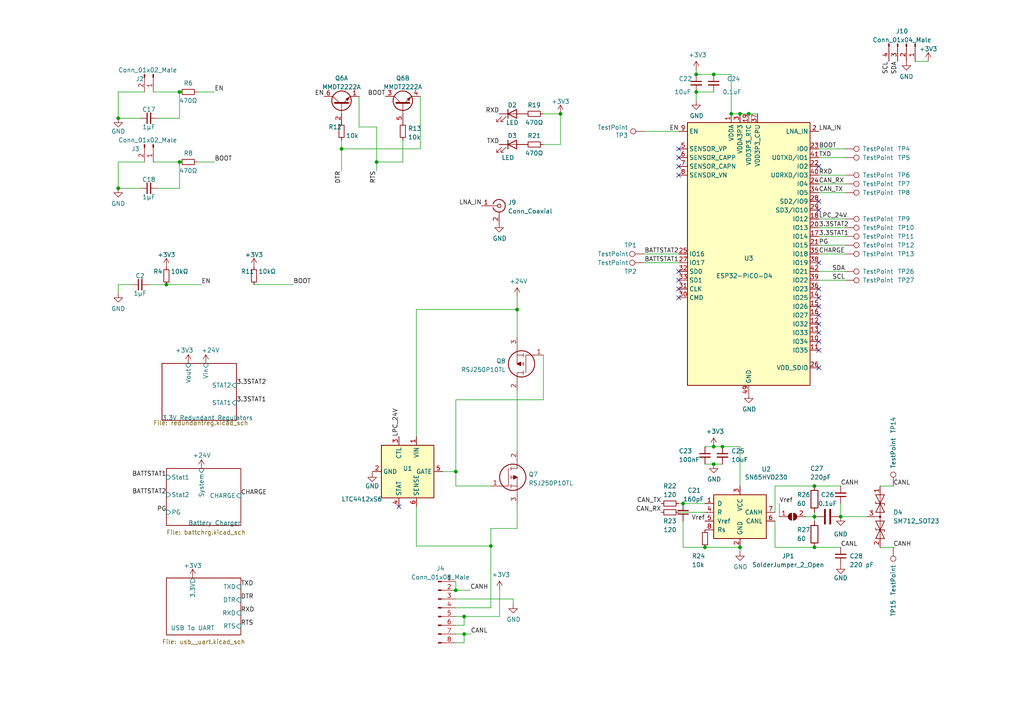
<source format=kicad_sch>
(kicad_sch (version 20211123) (generator eeschema)
  (paper "A4")
  (lib_symbols
    (symbol "Connector:Conn_01x02_Male" (pin_names (offset 1.016) hide)
      (property "Reference" "J" (at 0 2.54 0))
      (property "Value" "Conn_01x02_Male" (at 0 -5.08 0))
      (symbol "Conn_01x02_Male_1_1"
        (polyline (pts (xy 1.27 -2.54) (xy 0.8636 -2.54)) (stroke (width 0.1524)))
        (polyline (pts (xy 1.27 0) (xy 0.8636 0)) (stroke (width 0.1524)))
        (rectangle (start 0.8636 -2.413) (end 0 -2.667) (stroke (width 0.1524)) (fill (type outline)))
        (rectangle (start 0.8636 0.127) (end 0 -0.127) (stroke (width 0.1524)) (fill (type outline)))
        (pin passive line (at 5.08 0 180) (length 3.81) (name "Pin_1") (number "1"))
        (pin passive line (at 5.08 -2.54 180) (length 3.81) (name "Pin_2") (number "2"))
      )
    )
    (symbol "Connector:Conn_01x04_Male" (pin_names (offset 1.016) hide)
      (property "Reference" "J" (at 0 5.08 0))
      (property "Value" "Conn_01x04_Male" (at 0 -7.62 0))
      (symbol "Conn_01x04_Male_1_1"
        (polyline (pts (xy 1.27 -5.08) (xy 0.8636 -5.08)) (stroke (width 0.1524)))
        (polyline (pts (xy 1.27 -2.54) (xy 0.8636 -2.54)) (stroke (width 0.1524)))
        (polyline (pts (xy 1.27 0) (xy 0.8636 0)) (stroke (width 0.1524)))
        (polyline (pts (xy 1.27 2.54) (xy 0.8636 2.54)) (stroke (width 0.1524)))
        (rectangle (start 0.8636 -4.953) (end 0 -5.207) (stroke (width 0.1524)) (fill (type outline)))
        (rectangle (start 0.8636 -2.413) (end 0 -2.667) (stroke (width 0.1524)) (fill (type outline)))
        (rectangle (start 0.8636 0.127) (end 0 -0.127) (stroke (width 0.1524)) (fill (type outline)))
        (rectangle (start 0.8636 2.667) (end 0 2.413) (stroke (width 0.1524)) (fill (type outline)))
        (pin passive line (at 5.08 2.54 180) (length 3.81) (name "Pin_1") (number "1"))
        (pin passive line (at 5.08 0 180) (length 3.81) (name "Pin_2") (number "2"))
        (pin passive line (at 5.08 -2.54 180) (length 3.81) (name "Pin_3") (number "3"))
        (pin passive line (at 5.08 -5.08 180) (length 3.81) (name "Pin_4") (number "4"))
      )
    )
    (symbol "Connector:Conn_01x08_Male" (pin_names (offset 1.016) hide)
      (property "Reference" "J" (at 0 10.16 0))
      (property "Value" "Conn_01x08_Male" (at 0 -12.7 0))
      (symbol "Conn_01x08_Male_1_1"
        (polyline (pts (xy 1.27 -10.16) (xy 0.8636 -10.16)) (stroke (width 0.1524)))
        (polyline (pts (xy 1.27 -7.62) (xy 0.8636 -7.62)) (stroke (width 0.1524)))
        (polyline (pts (xy 1.27 -5.08) (xy 0.8636 -5.08)) (stroke (width 0.1524)))
        (polyline (pts (xy 1.27 -2.54) (xy 0.8636 -2.54)) (stroke (width 0.1524)))
        (polyline (pts (xy 1.27 0) (xy 0.8636 0)) (stroke (width 0.1524)))
        (polyline (pts (xy 1.27 2.54) (xy 0.8636 2.54)) (stroke (width 0.1524)))
        (polyline (pts (xy 1.27 5.08) (xy 0.8636 5.08)) (stroke (width 0.1524)))
        (polyline (pts (xy 1.27 7.62) (xy 0.8636 7.62)) (stroke (width 0.1524)))
        (rectangle (start 0.8636 -10.033) (end 0 -10.287) (stroke (width 0.1524)) (fill (type outline)))
        (rectangle (start 0.8636 -7.493) (end 0 -7.747) (stroke (width 0.1524)) (fill (type outline)))
        (rectangle (start 0.8636 -4.953) (end 0 -5.207) (stroke (width 0.1524)) (fill (type outline)))
        (rectangle (start 0.8636 -2.413) (end 0 -2.667) (stroke (width 0.1524)) (fill (type outline)))
        (rectangle (start 0.8636 0.127) (end 0 -0.127) (stroke (width 0.1524)) (fill (type outline)))
        (rectangle (start 0.8636 2.667) (end 0 2.413) (stroke (width 0.1524)) (fill (type outline)))
        (rectangle (start 0.8636 5.207) (end 0 4.953) (stroke (width 0.1524)) (fill (type outline)))
        (rectangle (start 0.8636 7.747) (end 0 7.493) (stroke (width 0.1524)) (fill (type outline)))
        (pin passive line (at 5.08 7.62 180) (length 3.81) (name "Pin_1") (number "1"))
        (pin passive line (at 5.08 5.08 180) (length 3.81) (name "Pin_2") (number "2"))
        (pin passive line (at 5.08 2.54 180) (length 3.81) (name "Pin_3") (number "3"))
        (pin passive line (at 5.08 0 180) (length 3.81) (name "Pin_4") (number "4"))
        (pin passive line (at 5.08 -2.54 180) (length 3.81) (name "Pin_5") (number "5"))
        (pin passive line (at 5.08 -5.08 180) (length 3.81) (name "Pin_6") (number "6"))
        (pin passive line (at 5.08 -7.62 180) (length 3.81) (name "Pin_7") (number "7"))
        (pin passive line (at 5.08 -10.16 180) (length 3.81) (name "Pin_8") (number "8"))
      )
    )
    (symbol "Connector:Conn_Coaxial" (pin_names (offset 1.016) hide)
      (property "Reference" "J" (at 0.254 3.048 0))
      (property "Value" "Conn_Coaxial" (at 2.921 0 90))
      (symbol "Conn_Coaxial_0_1"
        (arc (start -1.778 -0.508) (mid 0.222 -1.808) (end 1.778 0) (stroke (width 0.254)))
        (polyline (pts (xy -2.54 0) (xy -0.508 0)))
        (polyline (pts (xy 0 -2.54) (xy 0 -1.778)))
        (circle (center 0 0) (radius 0.508) (stroke (width 0.2032)))
        (arc (start 1.778 0) (mid 0.222 1.8083) (end -1.778 0.508) (stroke (width 0.254)))
      )
      (symbol "Conn_Coaxial_1_1"
        (pin passive line (at -5.08 0 0) (length 2.54) (name "In") (number "1"))
        (pin passive line (at 0 -5.08 90) (length 2.54) (name "Ext") (number "2"))
      )
    )
    (symbol "Connector:TestPoint" (pin_numbers hide) (pin_names (offset 0.762) hide)
      (property "Reference" "TP" (at 0 6.858 0))
      (property "Value" "TestPoint" (at 0 5.08 0))
      (symbol "TestPoint_0_1"
        (circle (center 0 3.302) (radius 0.762))
      )
      (symbol "TestPoint_1_1"
        (pin passive line (at 0 0 90) (length 2.54) (name "1") (number "1"))
      )
    )
    (symbol "Device:C" (pin_numbers hide) (pin_names (offset 0.254))
      (property "Reference" "C" (at 0.635 2.54 0))
      (property "Value" "C" (at 0.635 -2.54 0))
      (symbol "C_0_1"
        (polyline (pts (xy -2.032 -0.762) (xy 2.032 -0.762)) (stroke (width 0.508)))
        (polyline (pts (xy -2.032 0.762) (xy 2.032 0.762)) (stroke (width 0.508)))
      )
      (symbol "C_1_1"
        (pin passive line (at 0 3.81 270) (length 2.794) (name "~") (number "1"))
        (pin passive line (at 0 -3.81 90) (length 2.794) (name "~") (number "2"))
      )
    )
    (symbol "Device:C_Small" (pin_numbers hide) (pin_names (offset 0.254) hide)
      (property "Reference" "C" (at 0.254 1.778 0))
      (property "Value" "C_Small" (at 0.254 -2.032 0))
      (symbol "C_Small_0_1"
        (polyline (pts (xy -1.524 -0.508) (xy 1.524 -0.508)) (stroke (width 0.3302)))
        (polyline (pts (xy -1.524 0.508) (xy 1.524 0.508)) (stroke (width 0.3048)))
      )
      (symbol "C_Small_1_1"
        (pin passive line (at 0 2.54 270) (length 2.032) (name "~") (number "1"))
        (pin passive line (at 0 -2.54 90) (length 2.032) (name "~") (number "2"))
      )
    )
    (symbol "Device:LED" (pin_numbers hide) (pin_names (offset 1.016) hide)
      (property "Reference" "D" (at 0 2.54 0))
      (property "Value" "LED" (at 0 -2.54 0))
      (symbol "LED_0_1"
        (polyline (pts (xy -1.27 -1.27) (xy -1.27 1.27)) (stroke (width 0.254)))
        (polyline (pts (xy -1.27 0) (xy 1.27 0)))
        (polyline (pts (xy 1.27 -1.27) (xy 1.27 1.27) (xy -1.27 0) (xy 1.27 -1.27)) (stroke (width 0.254)))
        (polyline (pts (xy -3.048 -0.762) (xy -4.572 -2.286) (xy -3.81 -2.286) (xy -4.572 -2.286) (xy -4.572 -1.524)))
        (polyline (pts (xy -1.778 -0.762) (xy -3.302 -2.286) (xy -2.54 -2.286) (xy -3.302 -2.286) (xy -3.302 -1.524)))
      )
      (symbol "LED_1_1"
        (pin passive line (at -3.81 0 0) (length 2.54) (name "K") (number "1"))
        (pin passive line (at 3.81 0 180) (length 2.54) (name "A") (number "2"))
      )
    )
    (symbol "Device:R" (pin_numbers hide) (pin_names (offset 0))
      (property "Reference" "R" (at 2.032 0 90))
      (property "Value" "R" (at 0 0 90))
      (symbol "R_0_1"
        (rectangle (start -1.016 -2.54) (end 1.016 2.54) (stroke (width 0.254)))
      )
      (symbol "R_1_1"
        (pin passive line (at 0 3.81 270) (length 1.27) (name "~") (number "1"))
        (pin passive line (at 0 -3.81 90) (length 1.27) (name "~") (number "2"))
      )
    )
    (symbol "Device:R_Small" (pin_numbers hide) (pin_names (offset 0.254) hide)
      (property "Reference" "R" (at 0.762 0.508 0))
      (property "Value" "R_Small" (at 0.762 -1.016 0))
      (symbol "R_Small_0_1"
        (rectangle (start -0.762 1.778) (end 0.762 -1.778) (stroke (width 0.2032)))
      )
      (symbol "R_Small_1_1"
        (pin passive line (at 0 2.54 270) (length 0.762) (name "~") (number "1"))
        (pin passive line (at 0 -2.54 90) (length 0.762) (name "~") (number "2"))
      )
    )
    (symbol "Diode:SM712_SOT23" (pin_names (offset 1.016) hide)
      (property "Reference" "D" (at 0 4.445 0))
      (property "Value" "SM712_SOT23" (at 0 2.54 0))
      (symbol "SM712_SOT23_0_0"
        (polyline (pts (xy 0 -1.27) (xy 0 0)))
      )
      (symbol "SM712_SOT23_0_1"
        (polyline (pts (xy -6.35 0) (xy 6.35 0)))
        (polyline (pts (xy -3.302 1.27) (xy -3.81 1.27) (xy -3.81 -1.27) (xy -4.318 -1.27)) (stroke (width 0.2032)))
        (polyline (pts (xy 4.318 1.27) (xy 3.81 1.27) (xy 3.81 -1.27) (xy 3.302 -1.27)) (stroke (width 0.2032)))
        (polyline (pts (xy -6.35 -1.27) (xy -1.27 1.27) (xy -1.27 -1.27) (xy -6.35 1.27) (xy -6.35 -1.27)) (stroke (width 0.2032)))
        (polyline (pts (xy 1.27 -1.27) (xy 1.27 1.27) (xy 6.35 -1.27) (xy 6.35 1.27) (xy 1.27 -1.27)) (stroke (width 0.2032)))
        (circle (center 0 0) (radius 0.254) (fill (type outline)))
      )
      (symbol "SM712_SOT23_1_1"
        (pin passive line (at -8.89 0 0) (length 2.54) (name "A1") (number "1"))
        (pin passive line (at 8.89 0 180) (length 2.54) (name "A2") (number "2"))
        (pin input line (at 0 -3.81 90) (length 2.54) (name "common") (number "3"))
      )
    )
    (symbol "Interface_CAN_LIN:SN65HVD230" (pin_names (offset 1.016))
      (property "Reference" "U" (at -2.54 10.16 0))
      (property "Value" "SN65HVD230" (at -2.54 7.62 0))
      (symbol "SN65HVD230_0_1"
        (rectangle (start -7.62 5.08) (end 7.62 -7.62) (stroke (width 0.254)) (fill (type background)))
      )
      (symbol "SN65HVD230_1_1"
        (pin input line (at -10.16 2.54 0) (length 2.54) (name "D") (number "1"))
        (pin power_in line (at 0 -10.16 90) (length 2.54) (name "GND") (number "2"))
        (pin power_in line (at 0 7.62 270) (length 2.54) (name "VCC") (number "3"))
        (pin output line (at -10.16 0 0) (length 2.54) (name "R") (number "4"))
        (pin output line (at -10.16 -2.54 0) (length 2.54) (name "Vref") (number "5"))
        (pin bidirectional line (at 10.16 -2.54 180) (length 2.54) (name "CANL") (number "6"))
        (pin bidirectional line (at 10.16 0 180) (length 2.54) (name "CANH") (number "7"))
        (pin input line (at -10.16 -5.08 0) (length 2.54) (name "Rs") (number "8"))
      )
    )
    (symbol "Jumper:SolderJumper_2_Open" (pin_names (offset 0) hide)
      (property "Reference" "JP" (at 0 2.032 0))
      (property "Value" "SolderJumper_2_Open" (at 0 -2.54 0))
      (symbol "SolderJumper_2_Open_0_1"
        (arc (start -0.254 1.016) (mid -1.27 0) (end -0.254 -1.016))
        (arc (start -0.254 1.016) (mid -1.27 0) (end -0.254 -1.016) (fill (type outline)))
        (polyline (pts (xy -0.254 1.016) (xy -0.254 -1.016)))
        (polyline (pts (xy 0.254 1.016) (xy 0.254 -1.016)))
        (arc (start 0.254 -1.016) (mid 1.27 0) (end 0.254 1.016))
        (arc (start 0.254 -1.016) (mid 1.27 0) (end 0.254 1.016) (fill (type outline)))
      )
      (symbol "SolderJumper_2_Open_1_1"
        (pin passive line (at -3.81 0 0) (length 2.54) (name "A") (number "1"))
        (pin passive line (at 3.81 0 180) (length 2.54) (name "B") (number "2"))
      )
    )
    (symbol "Power_Management:LTC4412xS6"
      (property "Reference" "U" (at -6.35 8.89 0))
      (property "Value" "LTC4412xS6" (at 6.35 8.89 0))
      (symbol "LTC4412xS6_0_1"
        (rectangle (start -7.62 7.62) (end 7.62 -7.62) (stroke (width 0.254)) (fill (type background)))
      )
      (symbol "LTC4412xS6_1_1"
        (pin power_in line (at -10.16 2.54 0) (length 2.54) (name "VIN") (number "1"))
        (pin power_in line (at 0 -10.16 90) (length 2.54) (name "GND") (number "2"))
        (pin input line (at -10.16 -2.54 0) (length 2.54) (name "CTL") (number "3"))
        (pin open_collector line (at 10.16 -2.54 180) (length 2.54) (name "STAT") (number "4"))
        (pin output line (at 0 10.16 270) (length 2.54) (name "GATE") (number "5"))
        (pin input line (at 10.16 2.54 180) (length 2.54) (name "SENSE") (number "6"))
      )
    )
    (symbol "RF_Module:ESP32-PICO-D4"
      (property "Reference" "U" (at -17.78 39.37 0))
      (property "Value" "ESP32-PICO-D4" (at 3.81 39.37 0))
      (symbol "ESP32-PICO-D4_0_0"
        (pin power_in line (at -5.08 40.64 270) (length 2.54) (name "VDDA") (number "1"))
        (pin input line (at 20.32 -25.4 180) (length 2.54) (name "IO34") (number "10"))
        (pin input line (at 20.32 -27.94 180) (length 2.54) (name "IO35") (number "11"))
        (pin bidirectional line (at 20.32 -20.32 180) (length 2.54) (name "IO32") (number "12"))
        (pin bidirectional line (at 20.32 -22.86 180) (length 2.54) (name "IO33") (number "13"))
        (pin bidirectional line (at 20.32 -12.7 180) (length 2.54) (name "IO25") (number "14"))
        (pin bidirectional line (at 20.32 -15.24 180) (length 2.54) (name "IO26") (number "15"))
        (pin bidirectional line (at 20.32 -17.78 180) (length 2.54) (name "IO27") (number "16"))
        (pin bidirectional line (at 20.32 5.08 180) (length 2.54) (name "IO14") (number "17"))
        (pin bidirectional line (at 20.32 10.16 180) (length 2.54) (name "IO12") (number "18"))
        (pin power_in line (at 0 40.64 270) (length 2.54) (name "VDD3P3_RTC") (number "19"))
        (pin bidirectional line (at 20.32 35.56 180) (length 2.54) (name "LNA_IN") (number "2"))
        (pin bidirectional line (at 20.32 7.62 180) (length 2.54) (name "IO13") (number "20"))
        (pin bidirectional line (at 20.32 2.54 180) (length 2.54) (name "IO15") (number "21"))
        (pin bidirectional line (at 20.32 25.4 180) (length 2.54) (name "IO2") (number "22"))
        (pin bidirectional line (at 20.32 30.48 180) (length 2.54) (name "IO0") (number "23"))
        (pin bidirectional line (at 20.32 20.32 180) (length 2.54) (name "IO4") (number "24"))
        (pin bidirectional line (at -20.32 0 0) (length 2.54) (name "IO16") (number "25"))
        (pin power_out line (at 20.32 -33.02 180) (length 2.54) (name "VDD_SDIO") (number "26"))
        (pin bidirectional line (at -20.32 -2.54 0) (length 2.54) (name "IO17") (number "27"))
        (pin bidirectional line (at 20.32 15.24 180) (length 2.54) (name "SD2/IO9") (number "28"))
        (pin bidirectional line (at 20.32 12.7 180) (length 2.54) (name "SD3/IO10") (number "29"))
        (pin power_in line (at -2.54 40.64 270) (length 2.54) (name "VDDA3P3") (number "3"))
        (pin bidirectional line (at -20.32 -12.7 0) (length 2.54) (name "CMD") (number "30"))
        (pin bidirectional line (at -20.32 -10.16 0) (length 2.54) (name "CLK") (number "31"))
        (pin bidirectional line (at -20.32 -5.08 0) (length 2.54) (name "SD0") (number "32"))
        (pin bidirectional line (at -20.32 -7.62 0) (length 2.54) (name "SD1") (number "33"))
        (pin bidirectional line (at 20.32 17.78 180) (length 2.54) (name "IO5") (number "34"))
        (pin bidirectional line (at 20.32 0 180) (length 2.54) (name "IO18") (number "35"))
        (pin bidirectional line (at 20.32 -10.16 180) (length 2.54) (name "IO23") (number "36"))
        (pin power_in line (at 2.54 40.64 270) (length 2.54) (name "VDD3P3_CPU") (number "37"))
        (pin bidirectional line (at 20.32 -2.54 180) (length 2.54) (name "IO19") (number "38"))
        (pin bidirectional line (at 20.32 -7.62 180) (length 2.54) (name "IO22") (number "39"))
        (pin passive line (at -2.54 40.64 270) (length 2.54) hide (name "VDDA3P3") (number "4"))
        (pin bidirectional line (at 20.32 22.86 180) (length 2.54) (name "U0RXD/IO3") (number "40"))
        (pin bidirectional line (at 20.32 27.94 180) (length 2.54) (name "U0TXD/IO1") (number "41"))
        (pin bidirectional line (at 20.32 -5.08 180) (length 2.54) (name "IO21") (number "42"))
        (pin passive line (at -5.08 40.64 270) (length 2.54) hide (name "VDDA") (number "43"))
        (pin no_connect line (at -17.78 -25.4 0) (length 2.54) hide (name "XTAL_N_NC") (number "44"))
        (pin no_connect line (at -17.78 -27.94 0) (length 2.54) hide (name "XTAL_P_NC") (number "45"))
        (pin passive line (at -5.08 40.64 270) (length 2.54) hide (name "VDDA") (number "46"))
        (pin no_connect line (at -17.78 -30.48 0) (length 2.54) hide (name "CAP2_NC") (number "47"))
        (pin no_connect line (at -17.78 -33.02 0) (length 2.54) hide (name "CAP1_NC") (number "48"))
        (pin power_in line (at 0 -40.64 90) (length 2.54) (name "GND") (number "49"))
        (pin input line (at -20.32 30.48 0) (length 2.54) (name "SENSOR_VP") (number "5"))
        (pin input line (at -20.32 27.94 0) (length 2.54) (name "SENSOR_CAPP") (number "6"))
        (pin input line (at -20.32 25.4 0) (length 2.54) (name "SENSOR_CAPN") (number "7"))
        (pin input line (at -20.32 22.86 0) (length 2.54) (name "SENSOR_VN") (number "8"))
        (pin input line (at -20.32 35.56 0) (length 2.54) (name "EN") (number "9"))
      )
      (symbol "ESP32-PICO-D4_0_1"
        (rectangle (start -17.78 38.1) (end 17.78 -38.1) (stroke (width 0.254)) (fill (type background)))
      )
    )
    (symbol "Transistor_BJT:MMDT2222A" (pin_names (offset 0) hide)
      (property "Reference" "Q" (at 5.08 1.27 0))
      (property "Value" "MMDT2222A" (at 5.08 -1.27 0))
      (symbol "MMDT2222A_0_1"
        (polyline (pts (xy 0.635 0) (xy -2.54 0)))
        (polyline (pts (xy 0.635 0.635) (xy 2.54 2.54)))
        (polyline (pts (xy 0.635 -0.635) (xy 2.54 -2.54) (xy 2.54 -2.54)))
        (polyline (pts (xy 0.635 1.905) (xy 0.635 -1.905) (xy 0.635 -1.905)) (stroke (width 0.508)))
        (polyline (pts (xy 1.27 -1.778) (xy 1.778 -1.27) (xy 2.286 -2.286) (xy 1.27 -1.778) (xy 1.27 -1.778)) (fill (type outline)))
        (circle (center 1.27 0) (radius 2.8194) (stroke (width 0.254)))
      )
      (symbol "MMDT2222A_1_1"
        (pin passive line (at 2.54 -5.08 90) (length 2.54) (name "E1") (number "1"))
        (pin input line (at -5.08 0 0) (length 2.54) (name "B1") (number "2"))
        (pin passive line (at 2.54 5.08 270) (length 2.54) (name "C1") (number "6"))
      )
      (symbol "MMDT2222A_2_1"
        (pin passive line (at 2.54 5.08 270) (length 2.54) (name "C2") (number "3"))
        (pin passive line (at 2.54 -5.08 90) (length 2.54) (name "E2") (number "4"))
        (pin input line (at -5.08 0 0) (length 2.54) (name "B2") (number "5"))
      )
    )
    (symbol "iclr:RSJ250P10TL" (pin_names (offset 0.762))
      (property "Reference" "Q" (at 11.43 3.81 0))
      (property "Value" "RSJ250P10TL" (at 11.43 1.27 0))
      (symbol "RSJ250P10TL_0_0"
        (pin passive line (at 0 0 0) (length 2.54) (name "~") (number "1"))
        (pin passive line (at 7.62 10.16 270) (length 2.54) (name "~") (number "2"))
        (pin passive line (at 7.62 -5.08 90) (length 2.54) (name "~") (number "3"))
      )
      (symbol "RSJ250P10TL_0_1"
        (polyline (pts (xy 5.842 -0.508) (xy 5.842 0.508)) (stroke (width 0.1524)))
        (polyline (pts (xy 5.842 0) (xy 7.62 0)) (stroke (width 0.1524)))
        (polyline (pts (xy 5.842 2.032) (xy 5.842 3.048)) (stroke (width 0.1524)))
        (polyline (pts (xy 5.842 5.588) (xy 5.842 4.572)) (stroke (width 0.1524)))
        (polyline (pts (xy 7.62 2.54) (xy 5.842 2.54)) (stroke (width 0.1524)))
        (polyline (pts (xy 7.62 2.54) (xy 7.62 -2.54)) (stroke (width 0.1524)))
        (polyline (pts (xy 7.62 5.08) (xy 5.842 5.08)) (stroke (width 0.1524)))
        (polyline (pts (xy 7.62 5.08) (xy 7.62 7.62)) (stroke (width 0.1524)))
        (polyline (pts (xy 2.54 0) (xy 5.08 0) (xy 5.08 5.08)) (stroke (width 0.1524)))
        (polyline (pts (xy 7.62 2.54) (xy 6.604 3.048) (xy 6.604 2.032) (xy 7.62 2.54)) (stroke (width 0.254)) (fill (type outline)))
        (circle (center 6.35 2.54) (radius 3.81) (stroke (width 0.254)))
      )
    )
    (symbol "power:+24V" (power) (pin_names (offset 0))
      (property "Value" "+24V" (at 0 3.556 0))
      (symbol "+24V_0_1"
        (polyline (pts (xy -0.762 1.27) (xy 0 2.54)))
        (polyline (pts (xy 0 0) (xy 0 2.54)))
        (polyline (pts (xy 0 2.54) (xy 0.762 1.27)))
      )
      (symbol "+24V_1_1"
        (pin power_in line (at 0 0 90) (length 0) hide (name "+24V") (number "1"))
      )
    )
    (symbol "power:+3.3V" (power) (pin_names (offset 0))
      (property "Value" "+3.3V" (at 0 3.556 0))
      (symbol "+3.3V_0_1"
        (polyline (pts (xy -0.762 1.27) (xy 0 2.54)))
        (polyline (pts (xy 0 0) (xy 0 2.54)))
        (polyline (pts (xy 0 2.54) (xy 0.762 1.27)))
      )
      (symbol "+3.3V_1_1"
        (pin power_in line (at 0 0 90) (length 0) hide (name "+3V3") (number "1"))
      )
    )
    (symbol "power:GND" (power) (pin_names (offset 0))
      (property "Value" "GND" (at 0 -3.81 0))
      (symbol "GND_0_1"
        (polyline (pts (xy 0 0) (xy 0 -1.27) (xy 1.27 -1.27) (xy 0 -2.54) (xy -1.27 -1.27) (xy 0 -1.27)))
      )
      (symbol "GND_1_1"
        (pin power_in line (at 0 0 270) (length 0) hide (name "GND") (number "1"))
      )
    )
  )
  (junction (at 217.17 33.02))
  (junction (at 198.12 146.05))
  (junction (at 52.07 26.67))
  (junction (at 109.22 46.99))
  (junction (at 52.07 46.99))
  (junction (at 243.84 149.86))
  (junction (at 132.207 136.779))
  (junction (at 48.26 82.55))
  (junction (at 236.22 149.86))
  (junction (at 204.47 158.75))
  (junction (at 142.367 158.369))
  (junction (at 212.09 33.02))
  (junction (at 99.06 43.18))
  (junction (at 34.29 54.61))
  (junction (at 214.63 158.75))
  (junction (at 134.62 178.816))
  (junction (at 207.01 21.59))
  (junction (at 236.22 158.75))
  (junction (at 132.207 171.196))
  (junction (at 207.01 134.62))
  (junction (at 149.987 89.789))
  (junction (at 214.63 33.02))
  (junction (at 34.29 34.29))
  (junction (at 162.56 33.02))
  (junction (at 207.01 129.54))
  (junction (at 209.55 129.54))
  (junction (at 134.62 183.896))
  (junction (at 201.93 21.59))
  (junction (at 236.22 140.97))
  (junction (at 201.93 26.67))
  (no_connect (at 196.85 48.26))
  (no_connect (at 237.49 48.26))
  (no_connect (at 237.49 96.52))
  (no_connect (at 196.85 50.8))
  (no_connect (at 196.85 43.18))
  (no_connect (at 237.49 93.98))
  (no_connect (at 237.49 83.82))
  (no_connect (at 237.49 86.36))
  (no_connect (at 237.49 99.06))
  (no_connect (at 237.49 91.44))
  (no_connect (at 196.85 78.74))
  (no_connect (at 196.85 83.82))
  (no_connect (at 237.49 58.42))
  (no_connect (at 196.85 45.72))
  (no_connect (at 237.49 88.9))
  (no_connect (at 115.697 146.939))
  (no_connect (at 237.49 60.96))
  (no_connect (at 237.49 76.2))
  (no_connect (at 237.49 101.6))
  (no_connect (at 196.85 81.28))
  (no_connect (at 196.85 86.36))
  (no_connect (at 237.49 106.68))
  (wire (pts (xy 236.22 158.75) (xy 243.84 158.75)))
  (wire (pts (xy 207.01 26.67) (xy 201.93 26.67)))
  (wire (pts (xy 237.49 78.74) (xy 245.11 78.74)))
  (wire (pts (xy 233.68 149.86) (xy 236.22 149.86)))
  (wire (pts (xy 243.84 149.86) (xy 251.46 149.86)))
  (wire (pts (xy 128.397 136.779) (xy 132.207 136.779)))
  (wire (pts (xy 99.06 40.64) (xy 99.06 43.18)))
  (wire (pts (xy 44.45 46.99) (xy 52.07 46.99)))
  (wire (pts (xy 236.22 140.97) (xy 243.84 140.97)))
  (wire (pts (xy 196.85 146.05) (xy 198.12 146.05)))
  (wire (pts (xy 109.22 46.99) (xy 116.84 46.99)))
  (wire (pts (xy 142.367 158.369) (xy 142.367 176.276)))
  (wire (pts (xy 245.11 53.34) (xy 237.49 53.34)))
  (wire (pts (xy 198.12 158.75) (xy 204.47 158.75)))
  (wire (pts (xy 43.18 82.55) (xy 48.26 82.55)))
  (wire (pts (xy 134.62 181.356) (xy 134.62 178.816)))
  (wire (pts (xy 204.47 129.54) (xy 207.01 129.54)))
  (wire (pts (xy 120.777 89.789) (xy 149.987 89.789)))
  (wire (pts (xy 45.72 34.29) (xy 52.07 34.29)))
  (wire (pts (xy 201.93 21.59) (xy 207.01 21.59)))
  (wire (pts (xy 149.987 85.979) (xy 149.987 89.789)))
  (wire (pts (xy 162.56 41.91) (xy 162.56 33.02)))
  (wire (pts (xy 204.47 134.62) (xy 207.01 134.62)))
  (wire (pts (xy 99.06 43.18) (xy 99.06 49.53)))
  (wire (pts (xy 38.1 82.55) (xy 34.29 82.55)))
  (wire (pts (xy 162.56 33.02) (xy 157.48 33.02)))
  (wire (pts (xy 57.15 26.67) (xy 62.23 26.67)))
  (wire (pts (xy 214.63 33.02) (xy 217.17 33.02)))
  (wire (pts (xy 236.22 148.59) (xy 236.22 149.86)))
  (wire (pts (xy 237.49 50.8) (xy 245.11 50.8)))
  (wire (pts (xy 44.45 26.67) (xy 52.07 26.67)))
  (wire (pts (xy 34.29 26.67) (xy 34.29 34.29)))
  (wire (pts (xy 149.987 146.05) (xy 149.987 153.289)))
  (wire (pts (xy 245.11 71.12) (xy 237.49 71.12)))
  (wire (pts (xy 214.63 160.02) (xy 214.63 158.75)))
  (wire (pts (xy 237.49 45.72) (xy 245.11 45.72)))
  (wire (pts (xy 132.207 176.276) (xy 142.367 176.276)))
  (wire (pts (xy 57.15 46.99) (xy 62.23 46.99)))
  (wire (pts (xy 265.43 17.78) (xy 269.24 17.78)))
  (wire (pts (xy 132.207 171.196) (xy 136.398 171.196)))
  (wire (pts (xy 237.49 81.28) (xy 245.11 81.28)))
  (wire (pts (xy 237.49 73.66) (xy 245.11 73.66)))
  (wire (pts (xy 142.367 158.369) (xy 120.777 158.369)))
  (wire (pts (xy 134.62 183.896) (xy 136.525 183.896)))
  (wire (pts (xy 34.29 34.29) (xy 40.64 34.29)))
  (wire (pts (xy 224.79 158.75) (xy 236.22 158.75)))
  (wire (pts (xy 34.29 82.55) (xy 34.29 85.09)))
  (wire (pts (xy 149.987 113.157) (xy 149.987 130.81)))
  (wire (pts (xy 41.91 46.99) (xy 34.29 46.99)))
  (wire (pts (xy 149.987 89.789) (xy 149.987 97.917)))
  (wire (pts (xy 132.207 181.356) (xy 134.62 181.356)))
  (wire (pts (xy 245.11 63.5) (xy 237.49 63.5)))
  (wire (pts (xy 224.79 140.97) (xy 236.22 140.97)))
  (wire (pts (xy 52.07 26.67) (xy 52.07 34.29)))
  (wire (pts (xy 209.55 129.54) (xy 214.63 129.54)))
  (wire (pts (xy 52.07 46.99) (xy 52.07 54.61)))
  (wire (pts (xy 34.29 54.61) (xy 40.64 54.61)))
  (wire (pts (xy 201.93 20.32) (xy 201.93 21.59)))
  (wire (pts (xy 134.62 183.896) (xy 134.62 186.436)))
  (wire (pts (xy 245.11 55.88) (xy 237.49 55.88)))
  (wire (pts (xy 201.93 26.67) (xy 201.93 29.21)))
  (wire (pts (xy 207.01 129.54) (xy 209.55 129.54)))
  (wire (pts (xy 207.01 21.59) (xy 212.09 21.59)))
  (wire (pts (xy 109.22 46.99) (xy 109.22 36.83)))
  (wire (pts (xy 243.84 146.05) (xy 243.84 149.86)))
  (wire (pts (xy 48.26 82.55) (xy 58.42 82.55)))
  (wire (pts (xy 99.06 43.18) (xy 121.92 43.18)))
  (wire (pts (xy 148.844 173.736) (xy 148.844 175.26)))
  (wire (pts (xy 207.01 134.62) (xy 209.55 134.62)))
  (wire (pts (xy 34.29 46.99) (xy 34.29 54.61)))
  (wire (pts (xy 214.63 129.54) (xy 214.63 140.97)))
  (wire (pts (xy 120.777 126.619) (xy 120.777 89.789)))
  (wire (pts (xy 134.62 178.816) (xy 132.207 178.816)))
  (wire (pts (xy 224.79 151.13) (xy 224.79 158.75)))
  (wire (pts (xy 237.49 43.18) (xy 245.11 43.18)))
  (wire (pts (xy 107.95 137.16) (xy 108.077 136.779)))
  (wire (pts (xy 121.92 43.18) (xy 121.92 27.94)))
  (wire (pts (xy 45.72 54.61) (xy 52.07 54.61)))
  (wire (pts (xy 226.06 146.05) (xy 226.06 149.86)))
  (wire (pts (xy 132.207 136.779) (xy 132.207 115.951)))
  (wire (pts (xy 144.907 178.816) (xy 134.62 178.816)))
  (wire (pts (xy 132.207 183.896) (xy 134.62 183.896)))
  (wire (pts (xy 104.14 36.83) (xy 104.14 27.94)))
  (wire (pts (xy 120.777 158.369) (xy 120.777 146.939)))
  (wire (pts (xy 132.207 173.736) (xy 148.844 173.736)))
  (wire (pts (xy 204.47 158.75) (xy 214.63 158.75)))
  (wire (pts (xy 245.11 66.04) (xy 237.49 66.04)))
  (wire (pts (xy 116.84 46.99) (xy 116.84 40.64)))
  (wire (pts (xy 157.48 41.91) (xy 162.56 41.91)))
  (wire (pts (xy 214.63 33.02) (xy 212.09 33.02)))
  (wire (pts (xy 219.71 33.02) (xy 217.17 33.02)))
  (wire (pts (xy 196.85 76.2) (xy 186.69 76.2)))
  (wire (pts (xy 198.12 146.05) (xy 204.47 146.05)))
  (wire (pts (xy 245.11 68.58) (xy 237.49 68.58)))
  (wire (pts (xy 236.22 149.86) (xy 236.22 151.13)))
  (wire (pts (xy 41.91 26.67) (xy 34.29 26.67)))
  (wire (pts (xy 132.207 186.436) (xy 134.62 186.436)))
  (wire (pts (xy 196.85 148.59) (xy 204.47 148.59)))
  (wire (pts (xy 198.12 151.13) (xy 198.12 158.75)))
  (wire (pts (xy 186.944 38.1) (xy 196.85 38.1)))
  (wire (pts (xy 196.85 73.66) (xy 186.69 73.66)))
  (wire (pts (xy 255.27 158.75) (xy 259.08 158.75)))
  (wire (pts (xy 255.27 140.97) (xy 259.08 140.97)))
  (wire (pts (xy 144.907 171.069) (xy 144.907 178.816)))
  (wire (pts (xy 109.22 36.83) (xy 104.14 36.83)))
  (wire (pts (xy 224.79 148.59) (xy 224.79 140.97)))
  (wire (pts (xy 132.207 140.97) (xy 142.367 140.97)))
  (wire (pts (xy 212.09 21.59) (xy 212.09 33.02)))
  (wire (pts (xy 157.607 115.951) (xy 157.607 102.997)))
  (wire (pts (xy 132.207 168.656) (xy 132.207 171.196)))
  (wire (pts (xy 142.367 153.289) (xy 149.987 153.289)))
  (wire (pts (xy 132.207 136.779) (xy 132.207 140.97)))
  (wire (pts (xy 142.367 153.289) (xy 142.367 158.369)))
  (wire (pts (xy 73.66 82.55) (xy 85.09 82.55)))
  (wire (pts (xy 132.207 115.951) (xy 157.607 115.951)))
  (wire (pts (xy 109.22 46.99) (xy 109.22 49.53)))
  (label "CANH" (at 136.398 171.196 0))
  (label "BATTSTAT1" (at 48.26 138.43 180))
  (label "CHARGE" (at 237.49 73.66 0))
  (label "DTR" (at 69.85 173.99 0))
  (label "Vref" (at 204.47 151.13 180))
  (label "DTR" (at 99.06 49.53 270))
  (label "RTS" (at 109.22 49.53 270))
  (label "BOOT" (at 111.76 27.94 180))
  (label "EN" (at 196.85 38.1 180))
  (label "SCL" (at 245.11 81.28 180))
  (label "CAN_TX" (at 237.49 55.88 0))
  (label "TXD" (at 69.85 170.18 0))
  (label "TXD" (at 237.49 45.72 0))
  (label "3.3STAT2" (at 68.58 111.76 0))
  (label "3.3STAT1" (at 237.49 68.58 0))
  (label "BOOT" (at 237.49 43.18 0))
  (label "CANL" (at 259.08 140.97 0))
  (label "BOOT" (at 62.23 46.99 0))
  (label "RXD" (at 69.85 177.8 0))
  (label "CANH" (at 243.84 140.97 0))
  (label "CANH" (at 259.08 158.75 0))
  (label "LNA_IN" (at 237.49 38.1 0))
  (label "LPC_24V" (at 115.697 126.619 90))
  (label "RXD" (at 144.78 33.02 180))
  (label "SCL" (at 257.81 17.78 270))
  (label "EN" (at 58.42 82.55 0))
  (label "CHARGE" (at 69.85 143.764 0))
  (label "CAN_RX" (at 237.49 53.34 0))
  (label "BOOT" (at 85.09 82.55 0))
  (label "RTS" (at 69.85 181.61 0))
  (label "SDA" (at 260.35 17.78 270))
  (label "TXD" (at 144.78 41.91 180))
  (label "BATTSTAT2" (at 196.85 73.66 180))
  (label "BATTSTAT2" (at 48.26 143.51 180))
  (label "CANL" (at 243.84 158.75 0))
  (label "PG" (at 237.49 71.12 0))
  (label "EN" (at 93.98 27.94 180))
  (label "LNA_IN" (at 139.7 59.69 180))
  (label "CANL" (at 136.525 183.896 0))
  (label "PG" (at 48.26 148.59 180))
  (label "3.3STAT2" (at 237.49 66.04 0))
  (label "RXD" (at 237.49 50.8 0))
  (label "BATTSTAT1" (at 196.85 76.2 180))
  (label "3.3STAT1" (at 68.58 116.84 0))
  (label "EN" (at 62.23 26.67 0))
  (label "CAN_RX" (at 191.77 148.59 180))
  (label "Vref" (at 226.06 146.05 0))
  (label "SDA" (at 245.11 78.74 180))
  (label "LPC_24V" (at 237.49 63.5 0))
  (label "CAN_TX" (at 191.77 146.05 180))
  (symbol (lib_id "RF_Module:ESP32-PICO-D4") (at 217.17 73.66 0) (unit 1)
    (property "Reference" "U3" (at 217.17 74.93 0))
    (property "Value" "ESP32-PICO-D4" (at 215.9 80.01 0))
    (property "Footprint" "Package_DFN_QFN:QFN-48-1EP_7x7mm_P0.5mm_EP5.3x5.3mm" (effects hide))
    (property "Datasheet" "https://www.espressif.com/sites/default/files/documentation/esp32-pico-d4_datasheet_en.pdf" (effects hide))
  )
  (symbol (lib_id "power:GND") (at 217.17 114.3 0) (unit 1)
    (property "Reference" "#PWR0104" (effects hide))
    (property "Value" "GND" (at 217.297 118.6942 0))
  )
  (symbol (lib_id "power:+3.3V") (at 201.93 20.32 0) (unit 1)
    (property "Reference" "#PWR0101" (effects hide))
    (property "Value" "+3.3V" (at 202.311 15.9258 0))
  )
  (symbol (lib_id "Device:C_Small") (at 201.93 24.13 0) (unit 1)
    (property "Reference" "C22" (at 196.85 22.86 0) (effects (justify left)))
    (property "Value" "10uF" (at 195.58 26.67 0) (effects (justify left)))
    (property "Footprint" "Capacitor_SMD:C_0603_1608Metric" (effects hide))
  )
  (symbol (lib_id "Connector:TestPoint") (at 245.11 53.34 270) (unit 1)
    (property "Reference" "TP7" (at 260.35 53.34 90) (effects (justify left)))
    (property "Value" "TestPoint" (at 250.19 53.34 90) (effects (justify left)))
    (property "Footprint" "TestPoint:TestPoint_Pad_D1.0mm" (effects hide))
  )
  (symbol (lib_id "Device:C_Small") (at 207.01 24.13 0) (unit 1)
    (property "Reference" "C24" (at 210.82 22.86 0) (effects (justify left)))
    (property "Value" "0.1uF" (at 209.55 26.67 0) (effects (justify left)))
    (property "Footprint" "Capacitor_SMD:C_0603_1608Metric" (effects hide))
  )
  (symbol (lib_id "Connector:TestPoint") (at 245.11 55.88 270) (unit 1)
    (property "Reference" "TP8" (at 260.35 55.88 90) (effects (justify left)))
    (property "Value" "TestPoint" (at 250.19 55.88 90) (effects (justify left)))
    (property "Footprint" "TestPoint:TestPoint_Pad_D1.0mm" (effects hide))
  )
  (symbol (lib_id "Connector:TestPoint") (at 245.11 63.5 270) (unit 1)
    (property "Reference" "TP9" (at 260.35 63.5 90) (effects (justify left)))
    (property "Value" "TestPoint" (at 250.19 63.5 90) (effects (justify left)))
    (property "Footprint" "TestPoint:TestPoint_Pad_D1.0mm" (effects hide))
  )
  (symbol (lib_id "Connector:TestPoint") (at 245.11 66.04 270) (unit 1)
    (property "Reference" "TP10" (at 260.35 66.04 90) (effects (justify left)))
    (property "Value" "TestPoint" (at 250.19 66.04 90) (effects (justify left)))
    (property "Footprint" "TestPoint:TestPoint_Pad_D1.0mm" (effects hide))
  )
  (symbol (lib_id "Connector:TestPoint") (at 245.11 68.58 270) (unit 1)
    (property "Reference" "TP11" (at 260.35 68.58 90) (effects (justify left)))
    (property "Value" "TestPoint" (at 250.19 68.58 90) (effects (justify left)))
    (property "Footprint" "TestPoint:TestPoint_Pad_D1.0mm" (effects hide))
  )
  (symbol (lib_id "Connector:TestPoint") (at 245.11 71.12 270) (unit 1)
    (property "Reference" "TP12" (at 260.35 71.12 90) (effects (justify left)))
    (property "Value" "TestPoint" (at 250.19 71.12 90) (effects (justify left)))
    (property "Footprint" "TestPoint:TestPoint_Pad_D1.0mm" (effects hide))
  )
  (symbol (lib_id "Connector:TestPoint") (at 186.69 73.66 90) (unit 1)
    (property "Reference" "TP1" (at 182.88 71.12 90))
    (property "Value" "TestPoint" (at 177.8 73.66 90))
    (property "Footprint" "TestPoint:TestPoint_Pad_D1.0mm" (effects hide))
  )
  (symbol (lib_id "Connector:TestPoint") (at 186.69 76.2 90) (unit 1)
    (property "Reference" "TP2" (at 182.88 78.74 90))
    (property "Value" "TestPoint" (at 177.8 76.2 90))
    (property "Footprint" "TestPoint:TestPoint_Pad_D1.0mm" (effects hide))
  )
  (symbol (lib_id "power:GND") (at 201.93 29.21 0) (unit 1)
    (property "Reference" "#PWR0102" (effects hide))
    (property "Value" "GND" (at 202.057 33.6042 0))
  )
  (symbol (lib_id "power:+3.3V") (at 54.61 105.41 0) (unit 1)
    (property "Reference" "#PWR0121" (effects hide))
    (property "Value" "+3.3V" (at 50.8 101.6 0) (effects (justify left)))
  )
  (symbol (lib_id "power:GND") (at 148.844 175.26 0) (unit 1)
    (property "Reference" "#PWR0105" (effects hide))
    (property "Value" "GND" (at 148.971 179.6542 0))
  )
  (symbol (lib_id "power:+3.3V") (at 144.907 171.069 0) (unit 1)
    (property "Reference" "#PWR0106" (effects hide))
    (property "Value" "+3.3V" (at 145.288 166.6748 0))
  )
  (symbol (lib_id "power:+24V") (at 58.42 135.89 0) (unit 1)
    (property "Reference" "#PWR0123" (effects hide))
    (property "Value" "+24V" (at 55.88 132.08 0) (effects (justify left)))
  )
  (symbol (lib_id "power:+24V") (at 59.69 105.41 0) (unit 1)
    (property "Reference" "#PWR0122" (effects hide))
    (property "Value" "+24V" (at 58.42 101.6 0) (effects (justify left)))
  )
  (symbol (lib_id "Power_Management:LTC4412xS6") (at 118.237 136.779 270) (unit 1)
    (property "Reference" "U1" (at 116.84 135.89 90) (effects (justify left)))
    (property "Value" "LTC4412xS6" (at 99.06 144.78 90) (effects (justify left)))
    (property "Footprint" "Package_TO_SOT_SMD:TSOT-23-6" (effects hide))
    (property "Datasheet" "https://www.analog.com/media/en/technical-documentation/data-sheets/4412fb.pdf" (effects hide))
  )
  (symbol (lib_id "power:+24V") (at 149.987 85.979 0) (unit 1)
    (property "Reference" "#PWR0115" (effects hide))
    (property "Value" "+24V" (at 150.368 81.5848 0))
  )
  (symbol (lib_id "power:GND") (at 107.95 137.16 0) (unit 1)
    (property "Reference" "#PWR0112" (effects hide))
    (property "Value" "GND" (at 107.95 140.97 0))
  )
  (symbol (lib_id "Connector:Conn_Coaxial") (at 144.78 59.69 0) (unit 1)
    (property "Reference" "J9" (at 147.32 58.7131 0) (effects (justify left)))
    (property "Value" "Conn_Coaxial" (at 147.32 61.2531 0) (effects (justify left)))
    (property "Footprint" "Connector_Coaxial:U.FL_Molex_MCRF_73412-0110_Vertical" (effects hide))
    (property "Datasheet" " ~" (effects hide))
  )
  (symbol (lib_id "Device:R_Small") (at 154.94 41.91 90) (unit 1)
    (property "Reference" "R21" (at 154.94 39.37 90))
    (property "Value" "470Ω" (at 154.94 44.45 90))
    (property "Footprint" "Resistor_SMD:R_0603_1608Metric" (effects hide))
  )
  (symbol (lib_id "power:GND") (at 207.01 134.62 0) (unit 1)
    (property "Reference" "#PWR0108" (effects hide))
    (property "Value" "GND" (at 207.137 139.0142 0))
  )
  (symbol (lib_id "Connector:TestPoint") (at 259.08 158.75 180) (unit 1)
    (property "Reference" "TP15" (at 259.08 173.99 90) (effects (justify left)))
    (property "Value" "TestPoint" (at 259.08 163.83 90) (effects (justify left)))
    (property "Footprint" "TestPoint:TestPoint_Pad_D1.0mm" (effects hide))
  )
  (symbol (lib_id "Connector:TestPoint") (at 245.11 45.72 270) (unit 1)
    (property "Reference" "TP5" (at 260.35 45.72 90) (effects (justify left)))
    (property "Value" "TestPoint" (at 250.19 45.72 90) (effects (justify left)))
    (property "Footprint" "TestPoint:TestPoint_Pad_D1.0mm" (effects hide))
  )
  (symbol (lib_id "Device:C_Small") (at 40.64 82.55 90) (unit 1)
    (property "Reference" "C2" (at 40.64 80.01 90))
    (property "Value" "1μF" (at 40.64 85.09 90))
    (property "Footprint" "Capacitor_SMD:C_0603_1608Metric" (effects hide))
  )
  (symbol (lib_id "Interface_CAN_LIN:SN65HVD230") (at 214.63 148.59 0) (unit 1)
    (property "Reference" "U2" (at 222.25 136.1186 0))
    (property "Value" "SN65HVD230" (at 222.25 138.43 0))
    (property "Footprint" "Package_SO:SOIC-8_3.9x4.9mm_P1.27mm" (effects hide))
    (property "Datasheet" "http://www.ti.com/lit/ds/symlink/sn65hvd230.pdf" (effects hide))
  )
  (symbol (lib_id "Connector:Conn_01x04_Male") (at 262.89 12.7 270) (unit 1)
    (property "Reference" "J10" (at 261.62 9.051 90))
    (property "Value" "Conn_01x04_Male" (at 261.62 11.5879 90))
  )
  (symbol (lib_id "power:GND") (at 262.89 17.78 0) (unit 1)
    (property "Reference" "#PWR0114" (effects hide))
    (property "Value" "GND" (at 262.89 22.2234 0))
  )
  (symbol (lib_id "power:+3.3V") (at 207.01 129.54 0) (unit 1)
    (property "Reference" "#PWR0107" (effects hide))
    (property "Value" "+3.3V" (at 207.391 125.1458 0))
  )
  (symbol (lib_id "Device:C_Small") (at 198.12 148.59 180) (unit 1)
    (property "Reference" "C21" (at 199.39 142.24 0) (effects (justify right)))
    (property "Value" "160pF" (at 198.12 144.78 0) (effects (justify right)))
    (property "Footprint" "Capacitor_SMD:C_0603_1608Metric" (effects hide))
  )
  (symbol (lib_id "Connector:TestPoint") (at 245.11 50.8 270) (unit 1)
    (property "Reference" "TP6" (at 260.35 50.8 90) (effects (justify left)))
    (property "Value" "TestPoint" (at 250.19 50.8 90) (effects (justify left)))
    (property "Footprint" "TestPoint:TestPoint_Pad_D1.0mm" (effects hide))
  )
  (symbol (lib_id "Device:C_Small") (at 204.47 132.08 0) (unit 1)
    (property "Reference" "C23" (at 196.85 130.81 0) (effects (justify left)))
    (property "Value" "100nF" (at 196.85 133.35 0) (effects (justify left)))
    (property "Footprint" "Capacitor_SMD:C_0603_1608Metric" (effects hide))
  )
  (symbol (lib_id "Device:R_Small") (at 204.47 156.21 0) (unit 1)
    (property "Reference" "R24" (at 200.66 161.29 0) (effects (justify left)))
    (property "Value" "10k" (at 200.66 163.83 0) (effects (justify left)))
    (property "Footprint" "Resistor_SMD:R_0603_1608Metric" (effects hide))
  )
  (symbol (lib_id "Device:LED") (at 148.59 33.02 0) (unit 1)
    (property "Reference" "D2" (at 148.59 30.48 0))
    (property "Value" "LED" (at 148.59 35.56 0))
    (property "Footprint" "LED_SMD:LED_0603_1608Metric" (effects hide))
  )
  (symbol (lib_id "power:GND") (at 34.29 54.61 0) (unit 1)
    (property "Reference" "#PWR0120" (effects hide))
    (property "Value" "GND" (at 34.29 59.0534 0))
  )
  (symbol (lib_id "iclr:RSJ250P10TL") (at 142.367 140.97 0) (unit 1)
    (property "Reference" "Q7" (at 153.289 137.5953 0) (effects (justify left)))
    (property "Value" "RSJ250P10TL" (at 153.289 140.1322 0) (effects (justify left)))
    (property "Datasheet" "https://datasheet.datasheetarchive.com/originals/distributors/Datasheets_SAMA/152fd3a07a394fa8a8e4d6d952f7a43e.pdf" (effects hide))
    (property "Description" "4V Drive Pch MOSFET: MOSFET, one of Fild Effect Transistors.  ROHM has low current type power MOSFETs  of high-efficiency / high breakdown resistance for switching power supply  to meet various needs in the market." (effects hide))
    (property "Height" "2" (effects hide))
    (property "Manufacturer_Name" "ROHM Semiconductor" (effects hide))
    (property "Manufacturer_Part_Number" "RSJ250P10TL" (effects hide))
    (property "Mouser Part Number" "755-RSJ250P10TL" (effects hide))
    (property "Mouser Price/Stock" "https://www.mouser.co.uk/ProductDetail/ROHM-Semiconductor/RSJ250P10TL?qs=IsRgwgmxh693R2YQmG8Lng%3D%3D" (effects hide))
  )
  (symbol (lib_id "Connector:TestPoint") (at 186.944 38.1 90) (unit 1)
    (property "Reference" "TP3" (at 182.1688 39.2684 90) (effects (justify left)))
    (property "Value" "TestPoint" (at 182.1688 36.957 90) (effects (justify left)))
    (property "Footprint" "TestPoint:TestPoint_Pad_D1.0mm" (effects hide))
  )
  (symbol (lib_id "Device:C") (at 240.03 149.86 90) (unit 1)
    (property "Reference" "C26" (at 240.03 143.51 90))
    (property "Value" "0.1uF" (at 240.03 146.05 90))
    (property "Footprint" "Capacitor_SMD:C_0603_1608Metric" (effects hide))
  )
  (symbol (lib_id "Transistor_BJT:MMDT2222A") (at 116.84 30.48 90) (unit 2)
    (property "Reference" "Q6" (at 116.84 22.6908 90))
    (property "Value" "MMDT2222A" (at 116.84 25.2277 90))
    (property "Footprint" "Package_TO_SOT_SMD:SOT-363_SC-70-6" (effects hide))
    (property "Datasheet" "http://www.diodes.com/_files/datasheets/ds30125.pdf" (effects hide))
  )
  (symbol (lib_id "Device:R_Small") (at 194.31 148.59 90) (unit 1)
    (property "Reference" "R23" (at 194.31 151.13 90))
    (property "Value" "120" (at 194.31 153.67 90))
    (property "Footprint" "Resistor_SMD:R_0603_1608Metric" (effects hide))
  )
  (symbol (lib_id "power:GND") (at 144.78 64.77 0) (unit 1)
    (property "Reference" "#PWR0113" (effects hide))
    (property "Value" "GND" (at 144.907 69.1642 0))
  )
  (symbol (lib_id "Connector:TestPoint") (at 259.08 140.97 0) (unit 1)
    (property "Reference" "TP14" (at 259.08 125.73 90) (effects (justify left)))
    (property "Value" "TestPoint" (at 259.08 135.89 90) (effects (justify left)))
    (property "Footprint" "TestPoint:TestPoint_Pad_D1.0mm" (effects hide))
  )
  (symbol (lib_id "Device:C_Small") (at 43.18 54.61 90) (unit 1)
    (property "Reference" "C18" (at 43.18 52.07 90))
    (property "Value" "1μF" (at 43.18 57.15 90))
    (property "Footprint" "Capacitor_SMD:C_0603_1608Metric" (effects hide))
  )
  (symbol (lib_id "Diode:SM712_SOT23") (at 255.27 149.86 270) (unit 1)
    (property "Reference" "D4" (at 259.08 148.59 90) (effects (justify left)))
    (property "Value" "SM712_SOT23" (at 259.08 151.13 90) (effects (justify left)))
    (property "Footprint" "Package_TO_SOT_SMD:SOT-23" (effects hide))
    (property "Datasheet" "https://www.littelfuse.com/~/media/electronics/datasheets/tvs_diode_arrays/littelfuse_tvs_diode_array_sm712_datasheet.pdf.pdf" (effects hide))
  )
  (symbol (lib_id "power:+3.3V") (at 48.26 77.47 0) (unit 1)
    (property "Reference" "#PWR0117" (effects hide))
    (property "Value" "+3.3V" (at 48.26 73.8942 0))
  )
  (symbol (lib_id "power:+3.3V") (at 55.88 167.64 0) (unit 1)
    (property "Reference" "#PWR0124" (effects hide))
    (property "Value" "+3.3V" (at 55.88 164.0642 0))
  )
  (symbol (lib_id "power:GND") (at 34.29 34.29 0) (unit 1)
    (property "Reference" "#PWR0116" (effects hide))
    (property "Value" "GND" (at 34.29 38.1 0))
  )
  (symbol (lib_id "power:GND") (at 214.63 160.02 0) (unit 1)
    (property "Reference" "#PWR0109" (effects hide))
    (property "Value" "GND" (at 214.757 164.4142 0))
  )
  (symbol (lib_id "Device:C_Small") (at 209.55 132.08 0) (unit 1)
    (property "Reference" "C25" (at 212.09 130.8162 0) (effects (justify left)))
    (property "Value" "10uF" (at 212.09 133.3562 0) (effects (justify left)))
    (property "Footprint" "Capacitor_SMD:C_0603_1608Metric" (effects hide))
  )
  (symbol (lib_id "power:+3.3V") (at 269.24 17.78 0) (unit 1)
    (property "Reference" "#PWR0143" (effects hide))
    (property "Value" "+3.3V" (at 269.24 14.2042 0))
  )
  (symbol (lib_id "Device:C_Small") (at 243.84 161.29 180) (unit 1)
    (property "Reference" "C28" (at 246.38 161.29 0) (effects (justify right)))
    (property "Value" "220 pF" (at 246.38 163.83 0) (effects (justify right)))
    (property "Footprint" "Capacitor_SMD:C_0603_1608Metric" (effects hide))
  )
  (symbol (lib_id "power:GND") (at 243.84 149.86 0) (unit 1)
    (property "Reference" "#PWR0110" (effects hide))
    (property "Value" "GND" (at 243.84 154.94 0))
  )
  (symbol (lib_id "Connector:TestPoint") (at 245.11 73.66 270) (unit 1)
    (property "Reference" "TP13" (at 260.35 73.66 90) (effects (justify left)))
    (property "Value" "TestPoint" (at 250.19 73.66 90) (effects (justify left)))
    (property "Footprint" "TestPoint:TestPoint_Pad_D1.0mm" (effects hide))
  )
  (symbol (lib_id "Device:R_Small") (at 194.31 146.05 90) (unit 1)
    (property "Reference" "R22" (at 194.31 140.97 90))
    (property "Value" "120" (at 194.31 143.51 90))
    (property "Footprint" "Resistor_SMD:R_0603_1608Metric" (effects hide))
  )
  (symbol (lib_id "iclr:RSJ250P10TL") (at 157.607 102.997 180) (unit 1)
    (property "Reference" "Q8" (at 146.6851 104.7023 0) (effects (justify left)))
    (property "Value" "RSJ250P10TL" (at 146.6851 107.2392 0) (effects (justify left)))
    (property "Datasheet" "https://datasheet.datasheetarchive.com/originals/distributors/Datasheets_SAMA/152fd3a07a394fa8a8e4d6d952f7a43e.pdf" (effects hide))
    (property "Description" "4V Drive Pch MOSFET: MOSFET, one of Fild Effect Transistors.  ROHM has low current type power MOSFETs  of high-efficiency / high breakdown resistance for switching power supply  to meet various needs in the market." (effects hide))
    (property "Height" "2" (effects hide))
    (property "Manufacturer_Name" "ROHM Semiconductor" (effects hide))
    (property "Manufacturer_Part_Number" "RSJ250P10TL" (effects hide))
    (property "Mouser Part Number" "755-RSJ250P10TL" (effects hide))
    (property "Mouser Price/Stock" "https://www.mouser.co.uk/ProductDetail/ROHM-Semiconductor/RSJ250P10TL?qs=IsRgwgmxh693R2YQmG8Lng%3D%3D" (effects hide))
  )
  (symbol (lib_id "Device:R") (at 236.22 154.94 0) (unit 1)
    (property "Reference" "R27" (at 231.14 153.67 0) (effects (justify left)))
    (property "Value" "60" (at 231.14 156.21 0) (effects (justify left)))
    (property "Footprint" "Resistor_SMD:R_0603_1608Metric" (effects hide))
  )
  (symbol (lib_id "power:+3.3V") (at 162.56 33.02 0) (unit 1)
    (property "Reference" "#PWR0103" (effects hide))
    (property "Value" "+3.3V" (at 162.56 29.4442 0))
  )
  (symbol (lib_id "Device:R_Small") (at 73.66 80.01 0) (unit 1)
    (property "Reference" "R11" (at 69.85 78.74 0) (effects (justify left)))
    (property "Value" "10kΩ" (at 74.93 78.74 0) (effects (justify left)))
    (property "Footprint" "Resistor_SMD:R_0603_1608Metric" (effects hide))
  )
  (symbol (lib_id "Device:C_Small") (at 243.84 143.51 180) (unit 1)
    (property "Reference" "C27" (at 234.95 135.89 0) (effects (justify right)))
    (property "Value" "220pF" (at 234.95 138.43 0) (effects (justify right)))
    (property "Footprint" "Capacitor_SMD:C_0603_1608Metric" (effects hide))
  )
  (symbol (lib_id "Jumper:SolderJumper_2_Open") (at 229.87 149.86 0) (unit 1)
    (property "Reference" "JP1" (at 228.6 161.29 0))
    (property "Value" "SolderJumper_2_Open" (at 228.6 163.8269 0))
    (property "Footprint" "Jumper:SolderJumper-3_P1.3mm_Open_RoundedPad1.0x1.5mm" (effects hide))
  )
  (symbol (lib_id "Device:R_Small") (at 116.84 38.1 0) (unit 1)
    (property "Reference" "R13" (at 118.3386 37.2653 0) (effects (justify left)))
    (property "Value" "10k" (at 118.3386 39.8022 0) (effects (justify left)))
    (property "Footprint" "Resistor_SMD:R_0603_1608Metric" (effects hide))
  )
  (symbol (lib_id "Device:R_Small") (at 54.61 46.99 90) (unit 1)
    (property "Reference" "R8" (at 54.61 44.45 90))
    (property "Value" "470Ω" (at 54.61 49.53 90))
    (property "Footprint" "Resistor_SMD:R_0603_1608Metric" (effects hide))
  )
  (symbol (lib_id "Device:R_Small") (at 54.61 26.67 90) (unit 1)
    (property "Reference" "R6" (at 54.61 24.13 90))
    (property "Value" "470Ω" (at 54.61 29.21 90))
    (property "Footprint" "Resistor_SMD:R_0603_1608Metric" (effects hide))
  )
  (symbol (lib_id "Transistor_BJT:MMDT2222A") (at 99.06 30.48 90) (unit 1)
    (property "Reference" "Q6" (at 99.06 22.6908 90))
    (property "Value" "MMDT2222A" (at 99.06 25.2277 90))
    (property "Footprint" "Package_TO_SOT_SMD:SOT-363_SC-70-6" (effects hide))
    (property "Datasheet" "http://www.diodes.com/_files/datasheets/ds30125.pdf" (effects hide))
  )
  (symbol (lib_id "power:GND") (at 34.29 85.09 0) (unit 1)
    (property "Reference" "#PWR0119" (effects hide))
    (property "Value" "GND" (at 34.29 89.5334 0))
  )
  (symbol (lib_id "Connector:Conn_01x02_Male") (at 44.45 21.59 270) (unit 1)
    (property "Reference" "J2" (at 39.37 22.86 90) (effects (justify left)))
    (property "Value" "Conn_01x02_Male" (at 34.29 20.32 90) (effects (justify left)))
    (property "Footprint" "Connector_PinHeader_2.54mm:PinHeader_1x02_P2.54mm_Vertical" (effects hide))
  )
  (symbol (lib_id "Connector:TestPoint") (at 245.11 43.18 270) (unit 1)
    (property "Reference" "TP4" (at 260.35 43.18 90) (effects (justify left)))
    (property "Value" "TestPoint" (at 250.19 43.18 90) (effects (justify left)))
    (property "Footprint" "TestPoint:TestPoint_Pad_D1.0mm" (effects hide))
  )
  (symbol (lib_id "Device:R_Small") (at 154.94 33.02 90) (unit 1)
    (property "Reference" "R19" (at 154.94 30.48 90))
    (property "Value" "470Ω" (at 154.94 35.56 90))
    (property "Footprint" "Resistor_SMD:R_0603_1608Metric" (effects hide))
  )
  (symbol (lib_id "Connector:Conn_01x08_Male") (at 127.127 176.276 0) (unit 1)
    (property "Reference" "J4" (at 127.762 164.88 0))
    (property "Value" "Conn_01x08_Male" (at 127.762 167.4169 0))
    (property "Footprint" "Connector_Molex:Molex_Mini-Fit_Jr_5569-16A1_2x08_P4.20mm_Horizontal" (effects hide))
  )
  (symbol (lib_id "Device:R_Small") (at 99.06 38.1 0) (unit 1)
    (property "Reference" "R12" (at 95.25 36.83 0) (effects (justify left)))
    (property "Value" "10k" (at 100.33 39.37 0) (effects (justify left)))
    (property "Footprint" "Resistor_SMD:R_0603_1608Metric" (effects hide))
  )
  (symbol (lib_id "power:+3.3V") (at 73.66 77.47 0) (unit 1)
    (property "Reference" "#PWR0118" (effects hide))
    (property "Value" "+3.3V" (at 73.66 73.8942 0))
  )
  (symbol (lib_id "Device:R") (at 236.22 144.78 0) (unit 1)
    (property "Reference" "R26" (at 231.14 143.51 0) (effects (justify left)))
    (property "Value" "60" (at 231.14 146.05 0) (effects (justify left)))
    (property "Footprint" "Resistor_SMD:R_0603_1608Metric" (effects hide))
  )
  (symbol (lib_id "Connector:TestPoint") (at 245.11 78.74 270) (unit 1)
    (property "Reference" "TP26" (at 260.35 78.74 90) (effects (justify left)))
    (property "Value" "TestPoint" (at 250.19 78.74 90) (effects (justify left)))
    (property "Footprint" "TestPoint:TestPoint_Pad_D1.0mm" (effects hide))
  )
  (symbol (lib_id "Connector:TestPoint") (at 245.11 81.28 270) (unit 1)
    (property "Reference" "TP27" (at 260.35 81.28 90) (effects (justify left)))
    (property "Value" "TestPoint" (at 250.19 81.28 90) (effects (justify left)))
    (property "Footprint" "TestPoint:TestPoint_Pad_D1.0mm" (effects hide))
  )
  (symbol (lib_id "Device:LED") (at 148.59 41.91 0) (unit 1)
    (property "Reference" "D3" (at 148.59 39.37 0))
    (property "Value" "LED" (at 147.32 45.72 0))
    (property "Footprint" "LED_SMD:LED_0603_1608Metric" (effects hide))
  )
  (symbol (lib_id "Device:C_Small") (at 43.18 34.29 90) (unit 1)
    (property "Reference" "C17" (at 43.18 31.75 90))
    (property "Value" "1μF" (at 43.18 36.83 90))
    (property "Footprint" "Capacitor_SMD:C_0603_1608Metric" (effects hide))
  )
  (symbol (lib_id "Connector:Conn_01x02_Male") (at 44.45 41.91 270) (unit 1)
    (property "Reference" "J3" (at 38.1 43.18 90) (effects (justify left)))
    (property "Value" "Conn_01x02_Male" (at 34.29 40.64 90) (effects (justify left)))
    (property "Footprint" "Connector_PinHeader_2.54mm:PinHeader_1x02_P2.54mm_Vertical" (effects hide))
  )
  (symbol (lib_id "Device:R_Small") (at 48.26 80.01 0) (unit 1)
    (property "Reference" "R4" (at 44.45 78.74 0) (effects (justify left)))
    (property "Value" "10kΩ" (at 49.53 78.74 0) (effects (justify left)))
    (property "Footprint" "Resistor_SMD:R_0603_1608Metric" (effects hide))
  )
  (symbol (lib_id "power:GND") (at 243.84 163.83 0) (unit 1)
    (property "Reference" "#PWR0111" (effects hide))
    (property "Value" "GND" (at 243.84 167.64 0))
  )
  (sheet (at 48.26 135.89) (size 21.59 16.51)
    (property "Sheet name" "Battery Charger" (at 54.61 152.4 0) (effects (justify left bottom)))
    (property "Sheet file" "battchrg.kicad_sch" (at 48.26 153.67 0) (effects (justify left top)))
    (pin "System" input (at 58.42 135.89 90))
    (pin "Stat1" input (at 48.26 138.43 180))
    (pin "Stat2" input (at 48.26 143.51 180))
    (pin "PG" input (at 48.26 148.59 180))
    (pin "CHARGE" input (at 69.85 143.764 0))
  )
  (sheet (at 46.99 105.41) (size 21.59 16.51)
    (property "Sheet name" "3.3V Redundant Regulators" (at 46.99 121.92 0) (effects (justify left bottom)))
    (property "Sheet file" "redundantreg.kicad_sch" (at 44.45 121.92 0) (effects (justify left top)))
    (pin "Vin" input (at 59.69 105.41 90))
    (pin "Vout" input (at 54.61 105.41 90))
    (pin "STAT1" input (at 68.58 116.84 0))
    (pin "STAT2" input (at 68.58 111.76 0))
  )
  (sheet (at 48.26 167.64) (size 21.59 16.51) (stroke (width 0.1524))
    (property "Sheet name" "USB To UART" (at 49.53 182.88 0) (effects (justify left bottom)))
    (property "Sheet file" "usb__uart.kicad_sch" (at 46.99 185.42 0) (effects (justify left top)))
    (pin "DTR" input (at 69.85 173.99 0))
    (pin "RXD" input (at 69.85 177.8 0))
    (pin "TXD" input (at 69.85 170.18 0))
    (pin "RTS" input (at 69.85 181.61 0))
    (pin "3.3V" output (at 55.88 167.64 90))
  )
)
</source>
